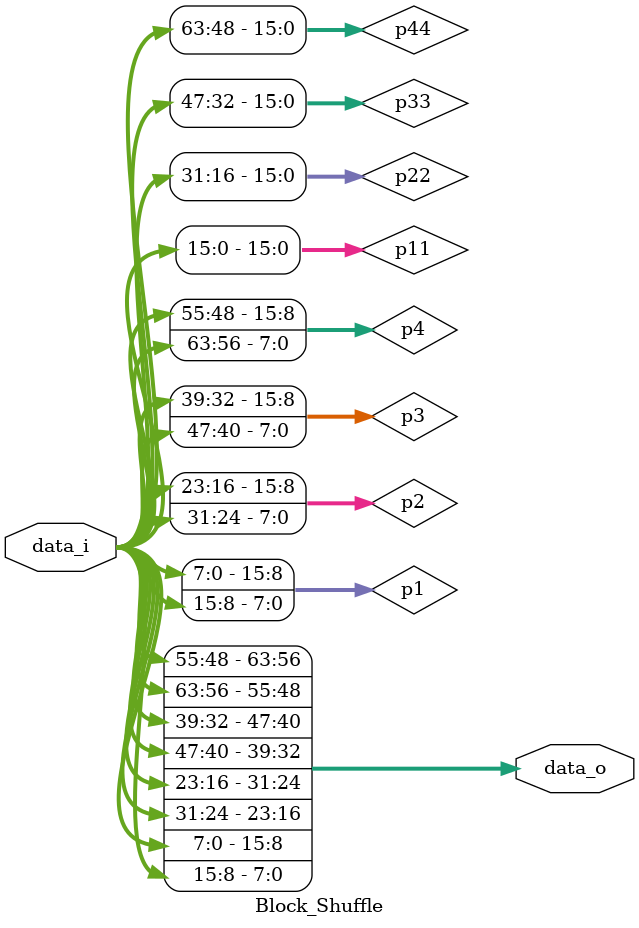
<source format=v>
`timescale 1ns / 1ps


module Block_Shuffle(
                    input[63:0] data_i,
                    output[63:0] data_o
    );
    
    wire[15:0] p1,p2,p3,p4,
               p11,p22,p33,p44 ;
    assign p11 = data_i[15:0];
    assign p22 = data_i[31:16];
    assign p33 = data_i[47:32];
    assign p44 = data_i[63:48];
    
    assign p1 = {p11[7:4],p11[3:0],p11[15:12],p11[11:8]};
    assign p2 = {p22[7:4],p22[3:0],p22[15:12],p22[11:8]};
    assign p3 = {p33[7:4],p33[3:0],p33[15:12],p33[11:8]};
    assign p4 = {p44[7:4],p44[3:0],p44[15:12],p44[11:8]};
    
    
    assign data_o[15:0]     = p1; 
    assign data_o[31:16]    = p2;
    assign data_o[47:32]    = p3;
    assign data_o[63:48]    = p4;
    
endmodule

</source>
